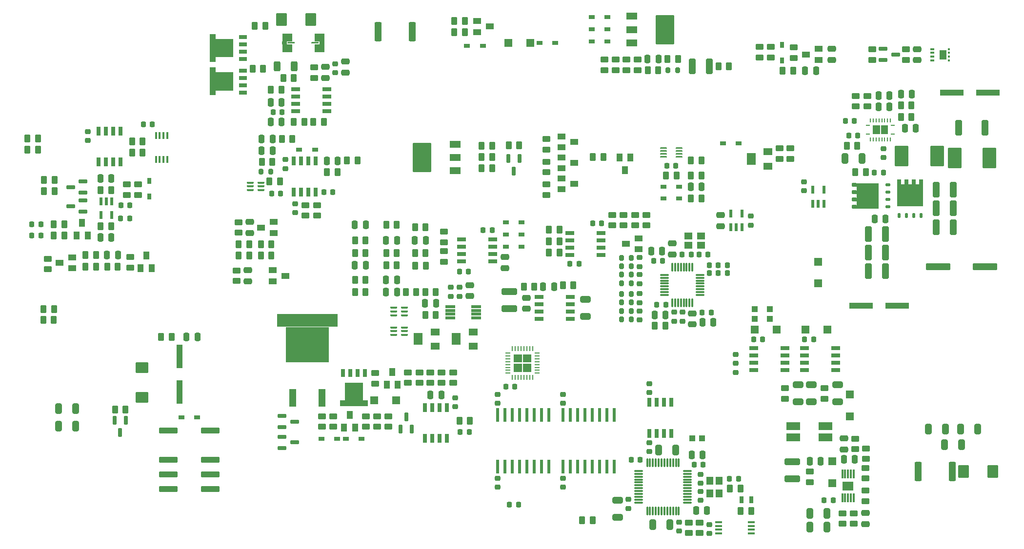
<source format=gbr>
%TF.GenerationSoftware,KiCad,Pcbnew,9.0.6-9.0.6~ubuntu24.04.1*%
%TF.CreationDate,2025-12-17T14:45:43+01:00*%
%TF.ProjectId,EEZ DIB DCP405plus,45455a20-4449-4422-9044-435034303570,r4B4*%
%TF.SameCoordinates,Original*%
%TF.FileFunction,Paste,Top*%
%TF.FilePolarity,Positive*%
%FSLAX46Y46*%
G04 Gerber Fmt 4.6, Leading zero omitted, Abs format (unit mm)*
G04 Created by KiCad (PCBNEW 9.0.6-9.0.6~ubuntu24.04.1) date 2025-12-17 14:45:43*
%MOMM*%
%LPD*%
G01*
G04 APERTURE LIST*
G04 Aperture macros list*
%AMRoundRect*
0 Rectangle with rounded corners*
0 $1 Rounding radius*
0 $2 $3 $4 $5 $6 $7 $8 $9 X,Y pos of 4 corners*
0 Add a 4 corners polygon primitive as box body*
4,1,4,$2,$3,$4,$5,$6,$7,$8,$9,$2,$3,0*
0 Add four circle primitives for the rounded corners*
1,1,$1+$1,$2,$3*
1,1,$1+$1,$4,$5*
1,1,$1+$1,$6,$7*
1,1,$1+$1,$8,$9*
0 Add four rect primitives between the rounded corners*
20,1,$1+$1,$2,$3,$4,$5,0*
20,1,$1+$1,$4,$5,$6,$7,0*
20,1,$1+$1,$6,$7,$8,$9,0*
20,1,$1+$1,$8,$9,$2,$3,0*%
G04 Aperture macros list end*
%ADD10C,0.000000*%
%ADD11C,0.010000*%
%ADD12RoundRect,0.050800X-0.249200X0.724200X-0.249200X-0.724200X0.249200X-0.724200X0.249200X0.724200X0*%
%ADD13RoundRect,0.250000X-0.262500X-0.450000X0.262500X-0.450000X0.262500X0.450000X-0.262500X0.450000X0*%
%ADD14RoundRect,0.050800X2.032000X0.546100X-2.032000X0.546100X-2.032000X-0.546100X2.032000X-0.546100X0*%
%ADD15RoundRect,0.050800X0.533400X0.076200X-0.533400X0.076200X-0.533400X-0.076200X0.533400X-0.076200X0*%
%ADD16RoundRect,0.225000X0.250000X-0.225000X0.250000X0.225000X-0.250000X0.225000X-0.250000X-0.225000X0*%
%ADD17RoundRect,0.250000X0.262500X0.450000X-0.262500X0.450000X-0.262500X-0.450000X0.262500X-0.450000X0*%
%ADD18R,1.092200X0.762000*%
%ADD19RoundRect,0.250000X0.325000X1.100000X-0.325000X1.100000X-0.325000X-1.100000X0.325000X-1.100000X0*%
%ADD20RoundRect,0.225000X-0.225000X-0.250000X0.225000X-0.250000X0.225000X0.250000X-0.225000X0.250000X0*%
%ADD21RoundRect,0.050800X1.981200X0.495300X-1.981200X0.495300X-1.981200X-0.495300X1.981200X-0.495300X0*%
%ADD22RoundRect,0.250000X-0.450000X0.262500X-0.450000X-0.262500X0.450000X-0.262500X0.450000X0.262500X0*%
%ADD23RoundRect,0.050800X0.724200X0.249200X-0.724200X0.249200X-0.724200X-0.249200X0.724200X-0.249200X0*%
%ADD24RoundRect,0.250000X-0.250000X-0.475000X0.250000X-0.475000X0.250000X0.475000X-0.250000X0.475000X0*%
%ADD25RoundRect,0.250000X-0.325000X-0.650000X0.325000X-0.650000X0.325000X0.650000X-0.325000X0.650000X0*%
%ADD26RoundRect,0.050800X-1.981200X-0.495300X1.981200X-0.495300X1.981200X0.495300X-1.981200X0.495300X0*%
%ADD27RoundRect,0.250000X-0.475000X0.250000X-0.475000X-0.250000X0.475000X-0.250000X0.475000X0.250000X0*%
%ADD28RoundRect,0.200000X-0.200000X-0.275000X0.200000X-0.275000X0.200000X0.275000X-0.200000X0.275000X0*%
%ADD29RoundRect,0.250000X0.325000X0.650000X-0.325000X0.650000X-0.325000X-0.650000X0.325000X-0.650000X0*%
%ADD30R,1.600000X1.300000*%
%ADD31R,1.600000X2.000000*%
%ADD32RoundRect,0.225000X0.225000X0.250000X-0.225000X0.250000X-0.225000X-0.250000X0.225000X-0.250000X0*%
%ADD33RoundRect,0.250000X-0.325000X-1.100000X0.325000X-1.100000X0.325000X1.100000X-0.325000X1.100000X0*%
%ADD34RoundRect,0.225000X-0.250000X0.225000X-0.250000X-0.225000X0.250000X-0.225000X0.250000X0.225000X0*%
%ADD35RoundRect,0.050800X0.901700X0.520700X-0.901700X0.520700X-0.901700X-0.520700X0.901700X-0.520700X0*%
%ADD36RoundRect,0.050800X1.536700X2.489200X-1.536700X2.489200X-1.536700X-2.489200X1.536700X-2.489200X0*%
%ADD37RoundRect,0.250000X0.450000X-0.262500X0.450000X0.262500X-0.450000X0.262500X-0.450000X-0.262500X0*%
%ADD38RoundRect,0.050800X-0.649200X-0.649200X0.649200X-0.649200X0.649200X0.649200X-0.649200X0.649200X0*%
%ADD39RoundRect,0.250000X0.250000X0.475000X-0.250000X0.475000X-0.250000X-0.475000X0.250000X-0.475000X0*%
%ADD40RoundRect,0.200000X0.200000X0.275000X-0.200000X0.275000X-0.200000X-0.275000X0.200000X-0.275000X0*%
%ADD41RoundRect,0.050800X0.499200X-0.449200X0.499200X0.449200X-0.499200X0.449200X-0.499200X-0.449200X0*%
%ADD42RoundRect,0.050800X0.203200X-0.368300X0.203200X0.368300X-0.203200X0.368300X-0.203200X-0.368300X0*%
%ADD43RoundRect,0.050800X-0.254000X0.355600X-0.254000X-0.355600X0.254000X-0.355600X0.254000X0.355600X0*%
%ADD44R,4.445000X3.810000*%
%ADD45RoundRect,0.060036X0.701964X0.270164X-0.701964X0.270164X-0.701964X-0.270164X0.701964X-0.270164X0*%
%ADD46RoundRect,0.050800X0.249200X-0.724200X0.249200X0.724200X-0.249200X0.724200X-0.249200X-0.724200X0*%
%ADD47RoundRect,0.250000X0.362500X1.075000X-0.362500X1.075000X-0.362500X-1.075000X0.362500X-1.075000X0*%
%ADD48RoundRect,0.050800X-0.812800X-0.190500X0.812800X-0.190500X0.812800X0.190500X-0.812800X0.190500X0*%
%ADD49RoundRect,0.060036X-0.701964X-0.270164X0.701964X-0.270164X0.701964X0.270164X-0.701964X0.270164X0*%
%ADD50RoundRect,0.050800X0.449200X0.649200X-0.449200X0.649200X-0.449200X-0.649200X0.449200X-0.649200X0*%
%ADD51RoundRect,0.060036X-0.270164X0.701964X-0.270164X-0.701964X0.270164X-0.701964X0.270164X0.701964X0*%
%ADD52RoundRect,0.050800X0.685800X-0.088900X0.685800X0.088900X-0.685800X0.088900X-0.685800X-0.088900X0*%
%ADD53RoundRect,0.050800X-0.088900X-0.685800X0.088900X-0.685800X0.088900X0.685800X-0.088900X0.685800X0*%
%ADD54RoundRect,0.050800X0.228600X-1.104900X0.228600X1.104900X-0.228600X1.104900X-0.228600X-1.104900X0*%
%ADD55RoundRect,0.050800X0.127000X-0.565150X0.127000X0.565150X-0.127000X0.565150X-0.127000X-0.565150X0*%
%ADD56RoundRect,0.050800X-0.649200X0.649200X-0.649200X-0.649200X0.649200X-0.649200X0.649200X0.649200X0*%
%ADD57RoundRect,0.050800X-0.649200X0.449200X-0.649200X-0.449200X0.649200X-0.449200X0.649200X0.449200X0*%
%ADD58R,0.762000X1.295400*%
%ADD59RoundRect,0.050800X-0.533400X-0.127000X0.533400X-0.127000X0.533400X0.127000X-0.533400X0.127000X0*%
%ADD60RoundRect,0.050800X0.299200X0.649200X-0.299200X0.649200X-0.299200X-0.649200X0.299200X-0.649200X0*%
%ADD61RoundRect,0.050800X-1.049200X0.849200X-1.049200X-0.849200X1.049200X-0.849200X1.049200X0.849200X0*%
%ADD62R,1.400000X1.200000*%
%ADD63RoundRect,0.250000X0.475000X-0.250000X0.475000X0.250000X-0.475000X0.250000X-0.475000X-0.250000X0*%
%ADD64RoundRect,0.050800X0.228600X-0.609600X0.228600X0.609600X-0.228600X0.609600X-0.228600X-0.609600X0*%
%ADD65RoundRect,0.050800X-0.249200X0.069200X-0.249200X-0.069200X0.249200X-0.069200X0.249200X0.069200X0*%
%ADD66RoundRect,0.050800X-0.069200X-0.249200X0.069200X-0.249200X0.069200X0.249200X-0.069200X0.249200X0*%
%ADD67RoundRect,0.050800X0.069200X0.249200X-0.069200X0.249200X-0.069200X-0.249200X0.069200X-0.249200X0*%
%ADD68RoundRect,0.050800X0.249200X-0.069200X0.249200X0.069200X-0.249200X0.069200X-0.249200X-0.069200X0*%
%ADD69RoundRect,0.250000X-0.650000X0.325000X-0.650000X-0.325000X0.650000X-0.325000X0.650000X0.325000X0*%
%ADD70RoundRect,0.050800X0.649200X-0.649200X0.649200X0.649200X-0.649200X0.649200X-0.649200X-0.649200X0*%
%ADD71RoundRect,0.050800X-0.449200X-0.649200X0.449200X-0.649200X0.449200X0.649200X-0.449200X0.649200X0*%
%ADD72RoundRect,0.050800X-0.449200X-0.499200X0.449200X-0.499200X0.449200X0.499200X-0.449200X0.499200X0*%
%ADD73RoundRect,0.050800X-0.724200X-0.249200X0.724200X-0.249200X0.724200X0.249200X-0.724200X0.249200X0*%
%ADD74RoundRect,0.060036X0.270164X-0.701964X0.270164X0.701964X-0.270164X0.701964X-0.270164X-0.701964X0*%
%ADD75RoundRect,0.250000X0.650000X-0.325000X0.650000X0.325000X-0.650000X0.325000X-0.650000X-0.325000X0*%
%ADD76RoundRect,0.250000X-0.362500X-1.425000X0.362500X-1.425000X0.362500X1.425000X-0.362500X1.425000X0*%
%ADD77RoundRect,0.050800X-1.529200X-0.449200X1.529200X-0.449200X1.529200X0.449200X-1.529200X0.449200X0*%
%ADD78RoundRect,0.050800X0.649200X-0.299200X0.649200X0.299200X-0.649200X0.299200X-0.649200X-0.299200X0*%
%ADD79RoundRect,0.250000X0.362500X1.425000X-0.362500X1.425000X-0.362500X-1.425000X0.362500X-1.425000X0*%
%ADD80R,0.762000X1.092200*%
%ADD81RoundRect,0.050800X0.649200X-0.449200X0.649200X0.449200X-0.649200X0.449200X-0.649200X-0.449200X0*%
%ADD82R,1.200000X1.400000*%
%ADD83RoundRect,0.050800X-0.495300X1.981200X-0.495300X-1.981200X0.495300X-1.981200X0.495300X1.981200X0*%
%ADD84RoundRect,0.050800X0.368300X0.203200X-0.368300X0.203200X-0.368300X-0.203200X0.368300X-0.203200X0*%
%ADD85RoundRect,0.050800X-0.355600X-0.254000X0.355600X-0.254000X0.355600X0.254000X-0.355600X0.254000X0*%
%ADD86R,3.810000X4.445000*%
%ADD87R,0.700000X0.420000*%
%ADD88R,0.450000X0.420000*%
%ADD89R,0.838200X0.508000*%
%ADD90R,1.778000X1.346200*%
%ADD91RoundRect,0.050800X0.584200X0.076200X-0.584200X0.076200X-0.584200X-0.076200X0.584200X-0.076200X0*%
%ADD92RoundRect,0.050800X-0.584200X-0.076200X0.584200X-0.076200X0.584200X0.076200X-0.584200X0.076200X0*%
%ADD93RoundRect,0.250000X-1.100000X0.325000X-1.100000X-0.325000X1.100000X-0.325000X1.100000X0.325000X0*%
%ADD94RoundRect,0.050800X0.849200X1.049200X-0.849200X1.049200X-0.849200X-1.049200X0.849200X-1.049200X0*%
%ADD95R,1.300000X3.100000*%
%ADD96R,10.600000X2.250000*%
%ADD97R,7.500000X6.200000*%
%ADD98RoundRect,0.050800X-1.099200X-0.649200X1.099200X-0.649200X1.099200X0.649200X-1.099200X0.649200X0*%
%ADD99RoundRect,0.050800X1.099200X-1.699200X1.099200X1.699200X-1.099200X1.699200X-1.099200X-1.699200X0*%
%ADD100RoundRect,0.050800X0.649200X0.649200X-0.649200X0.649200X-0.649200X-0.649200X0.649200X-0.649200X0*%
%ADD101RoundRect,0.050800X-0.228600X0.609600X-0.228600X-0.609600X0.228600X-0.609600X0.228600X0.609600X0*%
%ADD102RoundRect,0.050800X-0.901700X-0.520700X0.901700X-0.520700X0.901700X0.520700X-0.901700X0.520700X0*%
%ADD103RoundRect,0.050800X-1.536700X-2.489200X1.536700X-2.489200X1.536700X2.489200X-1.536700X2.489200X0*%
%ADD104RoundRect,0.050800X0.088900X-0.723900X0.088900X0.723900X-0.088900X0.723900X-0.088900X-0.723900X0*%
%ADD105RoundRect,0.050800X0.889000X-0.736600X0.889000X0.736600X-0.889000X0.736600X-0.889000X-0.736600X0*%
%ADD106RoundRect,0.250000X0.312500X0.625000X-0.312500X0.625000X-0.312500X-0.625000X0.312500X-0.625000X0*%
%ADD107R,0.914400X0.254000*%
%ADD108R,0.254000X0.914400*%
%ADD109RoundRect,0.032500X-0.687500X-0.097500X0.687500X-0.097500X0.687500X0.097500X-0.687500X0.097500X0*%
%ADD110RoundRect,0.032500X-0.097500X-0.687500X0.097500X-0.687500X0.097500X0.687500X-0.097500X0.687500X0*%
%ADD111RoundRect,0.050800X-0.849200X-1.049200X0.849200X-1.049200X0.849200X1.049200X-0.849200X1.049200X0*%
%ADD112R,1.168400X0.304800*%
G04 APERTURE END LIST*
D10*
%TO.C,Q5*%
G36*
X219712588Y-80976482D02*
G01*
X220347588Y-80976482D01*
X220347588Y-80163682D01*
X220982588Y-80163682D01*
X220982588Y-80976482D01*
X221617588Y-80976482D01*
X221617588Y-80163682D01*
X222252588Y-80163682D01*
X222252588Y-80976482D01*
X222887588Y-80976482D01*
X222887588Y-80163682D01*
X223522588Y-80163682D01*
X223522588Y-84761091D01*
X219077588Y-84761091D01*
X219077588Y-80163682D01*
X219712588Y-80163682D01*
X219712588Y-80976482D01*
G37*
%TO.C,Q31*%
G36*
X126390600Y-118491600D02*
G01*
X123240600Y-118491600D01*
X123240600Y-115391600D01*
X126390600Y-115391600D01*
X126390600Y-118491600D01*
G37*
G36*
X127215600Y-119516600D02*
G01*
X122390600Y-119516600D01*
X122390600Y-118466600D01*
X127215600Y-118466600D01*
X127215600Y-119516600D01*
G37*
%TO.C,IC16*%
G36*
X216069288Y-72280982D02*
G01*
X214855888Y-72280982D01*
X214855888Y-70706582D01*
X216069288Y-70706582D01*
X216069288Y-72280982D01*
G37*
G36*
X217457291Y-72280982D02*
G01*
X216243891Y-72280982D01*
X216243891Y-70706582D01*
X217457291Y-70706582D01*
X217457291Y-72280982D01*
G37*
%TO.C,Q18*%
G36*
X100799100Y-65510500D02*
G01*
X99749100Y-65510500D01*
X99749100Y-60685500D01*
X100799100Y-60685500D01*
X100799100Y-65510500D01*
G37*
G36*
X103874100Y-64685500D02*
G01*
X100774100Y-64685500D01*
X100774100Y-61535500D01*
X103874100Y-61535500D01*
X103874100Y-64685500D01*
G37*
%TO.C,Q4*%
G36*
X215834897Y-85209782D02*
G01*
X211237488Y-85209782D01*
X211237488Y-84574782D01*
X212050288Y-84574782D01*
X212050288Y-83939782D01*
X211237488Y-83939782D01*
X211237488Y-83304782D01*
X212050288Y-83304782D01*
X212050288Y-82669782D01*
X211237488Y-82669782D01*
X211237488Y-82034782D01*
X212050288Y-82034782D01*
X212050288Y-81399782D01*
X211237488Y-81399782D01*
X211237488Y-80764782D01*
X215834897Y-80764782D01*
X215834897Y-85209782D01*
G37*
D11*
%TO.C,Q8*%
X227517800Y-59209200D02*
X226442200Y-59209200D01*
X226442200Y-57709200D01*
X227517800Y-57709200D01*
X227517800Y-59209200D01*
G36*
X227517800Y-59209200D02*
G01*
X226442200Y-59209200D01*
X226442200Y-57709200D01*
X227517800Y-57709200D01*
X227517800Y-59209200D01*
G37*
D10*
%TO.C,Q19*%
G36*
X100799100Y-59732000D02*
G01*
X99749100Y-59732000D01*
X99749100Y-54907000D01*
X100799100Y-54907000D01*
X100799100Y-59732000D01*
G37*
G36*
X103874100Y-58907000D02*
G01*
X100774100Y-58907000D01*
X100774100Y-55757000D01*
X103874100Y-55757000D01*
X103874100Y-58907000D01*
G37*
%TO.C,IC14*%
G36*
X153944650Y-111914000D02*
G01*
X152519050Y-111914000D01*
X152519050Y-110488400D01*
X153944650Y-110488400D01*
X153944650Y-111914000D01*
G37*
G36*
X153944650Y-113539600D02*
G01*
X152519050Y-113539600D01*
X152519050Y-112114000D01*
X153944650Y-112114000D01*
X153944650Y-113539600D01*
G37*
G36*
X155570250Y-111914000D02*
G01*
X154144650Y-111914000D01*
X154144650Y-110488400D01*
X155570250Y-110488400D01*
X155570250Y-111914000D01*
G37*
G36*
X155570250Y-113539600D02*
G01*
X154144650Y-113539600D01*
X154144650Y-112114000D01*
X155570250Y-112114000D01*
X155570250Y-113539600D01*
G37*
%TD*%
D12*
%TO.C,IC27*%
X140906400Y-119717300D03*
X139636400Y-119717300D03*
X138366400Y-119717300D03*
X137096400Y-119717300D03*
X137096400Y-125117300D03*
X138366400Y-125117300D03*
X139636400Y-125117300D03*
X140906400Y-125117300D03*
%TD*%
D13*
%TO.C,R72*%
X142195600Y-52633000D03*
X144020600Y-52633000D03*
%TD*%
D14*
%TO.C,C81*%
X234317588Y-95306282D03*
X226189588Y-95306282D03*
%TD*%
D15*
%TO.C,IC8*%
X181246200Y-76204900D03*
X181246200Y-75704900D03*
X181246200Y-75204900D03*
X181246200Y-74704900D03*
X178503000Y-74704900D03*
X178503000Y-75204900D03*
X178503000Y-75704900D03*
X178503000Y-76204900D03*
%TD*%
D16*
%TO.C,C21*%
X176030000Y-127380000D03*
X176030000Y-125830000D03*
%TD*%
D17*
%TO.C,R74*%
X125397500Y-76849900D03*
X123572500Y-76849900D03*
%TD*%
D18*
%TO.C,D3*%
X178498100Y-83453900D03*
X181215900Y-83453900D03*
%TD*%
D13*
%TO.C,R73*%
X142195600Y-54595150D03*
X144020600Y-54595150D03*
%TD*%
D19*
%TO.C,C91*%
X186435500Y-60466900D03*
X183485500Y-60466900D03*
%TD*%
D20*
%TO.C,JP3*%
X151790554Y-136568815D03*
X153340554Y-136568815D03*
%TD*%
D21*
%TO.C,C83*%
X234838288Y-65080282D03*
X228589888Y-65080282D03*
%TD*%
D22*
%TO.C,R60*%
X172110000Y-59302900D03*
X172110000Y-61127900D03*
%TD*%
%TO.C,R30*%
X213529600Y-130206500D03*
X213529600Y-132031500D03*
%TD*%
D13*
%TO.C,R22*%
X70893300Y-104521000D03*
X72718300Y-104521000D03*
%TD*%
%TO.C,R53*%
X175769500Y-61165400D03*
X177594500Y-61165400D03*
%TD*%
D23*
%TO.C,IC17*%
X120096950Y-68249000D03*
X120096950Y-66979000D03*
X120096950Y-65709000D03*
X120096950Y-64439000D03*
X114696950Y-64439000D03*
X114696950Y-65709000D03*
X114696950Y-66979000D03*
X114696950Y-68249000D03*
%TD*%
D24*
%TO.C,C102*%
X135369950Y-90733000D03*
X137269950Y-90733000D03*
%TD*%
D25*
%TO.C,C26*%
X176670000Y-140080000D03*
X179620000Y-140080000D03*
%TD*%
D20*
%TO.C,JP1*%
X188030000Y-96390000D03*
X189580000Y-96390000D03*
X186480000Y-96390000D03*
%TD*%
D26*
%TO.C,C76*%
X212824688Y-102045782D03*
X219073088Y-102045782D03*
%TD*%
D17*
%TO.C,R126*%
X69937000Y-73025000D03*
X68112000Y-73025000D03*
%TD*%
D13*
%TO.C,R95*%
X124993600Y-99686500D03*
X126818600Y-99686500D03*
%TD*%
D27*
%TO.C,C99*%
X150964500Y-93616400D03*
X150964500Y-95516400D03*
%TD*%
D28*
%TO.C,R69*%
X108699800Y-78765400D03*
X110349800Y-78765400D03*
%TD*%
D22*
%TO.C,R24*%
X203923500Y-130864900D03*
X203923500Y-132689900D03*
%TD*%
D29*
%TO.C,C37*%
X206876600Y-140453500D03*
X203926600Y-140453500D03*
%TD*%
D30*
%TO.C,RV1*%
X196649000Y-77831000D03*
D31*
X193749000Y-76581000D03*
D30*
X196649000Y-75331000D03*
%TD*%
D32*
%TO.C,JP12*%
X144791900Y-123966700D03*
X143241900Y-123966700D03*
%TD*%
%TO.C,C89*%
X112295000Y-68440000D03*
X110745000Y-68440000D03*
%TD*%
D33*
%TO.C,C71*%
X214110088Y-96068282D03*
X217060088Y-96068282D03*
%TD*%
D24*
%TO.C,C69*%
X215841588Y-65524782D03*
X217741588Y-65524782D03*
%TD*%
D34*
%TO.C,C18*%
X149733000Y-117462000D03*
X149733000Y-119012000D03*
%TD*%
D18*
%TO.C,D15*%
X159689400Y-56402900D03*
X156971600Y-56402900D03*
%TD*%
D17*
%TO.C,R97*%
X126818450Y-90733000D03*
X124993450Y-90733000D03*
%TD*%
D18*
%TO.C,D21*%
X97561400Y-121467000D03*
X94843600Y-121467000D03*
%TD*%
D34*
%TO.C,C17*%
X161086800Y-117462000D03*
X161086800Y-119012000D03*
%TD*%
D35*
%TO.C,Q15*%
X142378000Y-78629900D03*
X142378000Y-76318500D03*
D36*
X136612200Y-76318500D03*
D35*
X142378000Y-74007100D03*
%TD*%
D37*
%TO.C,R47*%
X197121200Y-58943000D03*
X197121200Y-57118000D03*
%TD*%
D13*
%TO.C,R62*%
X112269500Y-73130800D03*
X114094500Y-73130800D03*
%TD*%
D38*
%TO.C,ZD7*%
X132125800Y-118474000D03*
X128325800Y-118474000D03*
%TD*%
D17*
%TO.C,R36*%
X221560388Y-69254382D03*
X219735388Y-69254382D03*
%TD*%
D13*
%TO.C,R81*%
X110388450Y-64507500D03*
X112213450Y-64507500D03*
%TD*%
D39*
%TO.C,C5*%
X178280000Y-92560000D03*
X176380000Y-92560000D03*
%TD*%
%TO.C,C108*%
X132253450Y-97527500D03*
X130353450Y-97527500D03*
%TD*%
D40*
%TO.C,R54*%
X180936000Y-61165400D03*
X179286000Y-61165400D03*
%TD*%
D41*
%TO.C,FB2*%
X194310000Y-104380400D03*
X194310000Y-102680400D03*
%TD*%
D20*
%TO.C,C57*%
X151167800Y-116128800D03*
X152717800Y-116128800D03*
%TD*%
D24*
%TO.C,C86*%
X110350950Y-70159000D03*
X112250950Y-70159000D03*
%TD*%
D42*
%TO.C,Q5*%
X219395088Y-86407782D03*
X220665088Y-86407782D03*
X221935088Y-86407782D03*
X223205088Y-86407782D03*
D43*
X223205088Y-80582782D03*
X221935088Y-80582782D03*
X220665088Y-80582782D03*
D44*
X221300088Y-82860282D03*
D43*
X219395088Y-80582782D03*
%TD*%
D45*
%TO.C,Q26*%
X77766400Y-85725700D03*
X77766400Y-83795300D03*
X75607400Y-84760500D03*
%TD*%
D46*
%TO.C,IC4*%
X176040000Y-124200000D03*
X177310000Y-124200000D03*
X178580000Y-124200000D03*
X179850000Y-124200000D03*
X179850000Y-118800000D03*
X178580000Y-118800000D03*
X177310000Y-118800000D03*
X176040000Y-118800000D03*
%TD*%
D22*
%TO.C,R131*%
X140022400Y-113630800D03*
X140022400Y-115455800D03*
%TD*%
D39*
%TO.C,C100*%
X139024000Y-101667700D03*
X137124000Y-101667700D03*
%TD*%
D24*
%TO.C,C127*%
X183245000Y-81421900D03*
X185145000Y-81421900D03*
%TD*%
D34*
%TO.C,C29*%
X181190000Y-139620000D03*
X181190000Y-141170000D03*
%TD*%
D22*
%TO.C,R111*%
X104423900Y-95916500D03*
X104423900Y-97741500D03*
%TD*%
D29*
%TO.C,C121*%
X76517500Y-119951500D03*
X73567500Y-119951500D03*
%TD*%
D13*
%TO.C,R71*%
X137161500Y-103646900D03*
X138986500Y-103646900D03*
%TD*%
%TO.C,R27*%
X161047500Y-98506600D03*
X162872500Y-98506600D03*
%TD*%
D19*
%TO.C,C80*%
X228807588Y-85146282D03*
X225857588Y-85146282D03*
%TD*%
D47*
%TO.C,R45*%
X234344088Y-71112782D03*
X229719088Y-71112782D03*
%TD*%
D48*
%TO.C,IC7*%
X141490300Y-102237200D03*
X141490300Y-102872200D03*
X141490300Y-103532600D03*
X141490300Y-104167600D03*
X145960700Y-104167600D03*
X145960700Y-103532600D03*
X145960700Y-102872200D03*
X145960700Y-102237200D03*
%TD*%
D49*
%TO.C,Q1*%
X112310600Y-121200300D03*
X112310600Y-123130700D03*
X114469600Y-122165500D03*
%TD*%
D50*
%TO.C,Q13*%
X172760100Y-76317050D03*
X171810100Y-78517050D03*
X170860100Y-76317050D03*
%TD*%
D20*
%TO.C,C104*%
X110505000Y-82590000D03*
X112055000Y-82590000D03*
%TD*%
D16*
%TO.C,C4*%
X174351027Y-98214195D03*
X174351027Y-96664195D03*
%TD*%
D34*
%TO.C,C1*%
X174351027Y-99976595D03*
X174351027Y-101526595D03*
%TD*%
D51*
%TO.C,Q3*%
X153502921Y-76521700D03*
X151572521Y-76521700D03*
X152537721Y-78680700D03*
%TD*%
D22*
%TO.C,R140*%
X121175200Y-121240300D03*
X121175200Y-123065300D03*
%TD*%
D17*
%TO.C,R87*%
X137272000Y-95074400D03*
X135447000Y-95074400D03*
%TD*%
D27*
%TO.C,C88*%
X123310000Y-59660000D03*
X123310000Y-61560000D03*
%TD*%
D39*
%TO.C,C125*%
X139956400Y-117527800D03*
X138056400Y-117527800D03*
%TD*%
D16*
%TO.C,C15*%
X181820000Y-104734195D03*
X181820000Y-103184195D03*
%TD*%
D34*
%TO.C,JP6*%
X191071500Y-112077500D03*
X191071500Y-113627500D03*
X191071500Y-110527500D03*
%TD*%
D40*
%TO.C,R3*%
X172890027Y-95211295D03*
X171240027Y-95211295D03*
%TD*%
D52*
%TO.C,IC5*%
X182651400Y-136245600D03*
X182651400Y-135763000D03*
X182651400Y-135255000D03*
X182651400Y-134747000D03*
X182651400Y-134264400D03*
X182651400Y-133756400D03*
X182651400Y-133248400D03*
X182651400Y-132740400D03*
X182651400Y-132257800D03*
X182651400Y-131749800D03*
X182651400Y-131241800D03*
X182651400Y-130759200D03*
D53*
X181178200Y-129286000D03*
X180695600Y-129286000D03*
X180187600Y-129286000D03*
X179679600Y-129286000D03*
X179197000Y-129286000D03*
X178689000Y-129286000D03*
X178181000Y-129286000D03*
X177673000Y-129286000D03*
X177190400Y-129286000D03*
X176682400Y-129286000D03*
X176174400Y-129286000D03*
X175691800Y-129286000D03*
D52*
X174218600Y-130759200D03*
X174218600Y-131241800D03*
X174218600Y-131749800D03*
X174218600Y-132257800D03*
X174218600Y-132740400D03*
X174218600Y-133248400D03*
X174218600Y-133756400D03*
X174218600Y-134264400D03*
X174218600Y-134747000D03*
X174218600Y-135255000D03*
X174218600Y-135763000D03*
X174218600Y-136245600D03*
D53*
X175691800Y-137718800D03*
X176174400Y-137718800D03*
X176682400Y-137718800D03*
X177190400Y-137718800D03*
X177673000Y-137718800D03*
X178181000Y-137718800D03*
X178689000Y-137718800D03*
X179197000Y-137718800D03*
X179679600Y-137718800D03*
X180187600Y-137718800D03*
X180695600Y-137718800D03*
X181178200Y-137718800D03*
%TD*%
D37*
%TO.C,R56*%
X168300000Y-61127900D03*
X168300000Y-59302900D03*
%TD*%
%TO.C,R10*%
X184810000Y-141512500D03*
X184810000Y-139687500D03*
%TD*%
D54*
%TO.C,IC2*%
X161086800Y-130022600D03*
X162356800Y-130022600D03*
X163626800Y-130022600D03*
X164896800Y-130022600D03*
X166166800Y-130022600D03*
X167436800Y-130022600D03*
X168706800Y-130022600D03*
X169976800Y-130022600D03*
X169976800Y-120980200D03*
X168706800Y-120980200D03*
X167436800Y-120980200D03*
X166166800Y-120980200D03*
X164896800Y-120980200D03*
X163626800Y-120980200D03*
X162356800Y-120980200D03*
X161086800Y-120980200D03*
%TD*%
D17*
%TO.C,R65*%
X138986500Y-99699200D03*
X137161500Y-99699200D03*
%TD*%
D16*
%TO.C,C11*%
X161086800Y-133540800D03*
X161086800Y-131990800D03*
%TD*%
D13*
%TO.C,R118*%
X91340300Y-107467400D03*
X93165300Y-107467400D03*
%TD*%
D37*
%TO.C,R124*%
X173570500Y-88112900D03*
X173570500Y-86287900D03*
%TD*%
D55*
%TO.C,IC21*%
X90423000Y-76655750D03*
X91073000Y-76655750D03*
X91723000Y-76655750D03*
X92373000Y-76655750D03*
X92373000Y-72528250D03*
X91723000Y-72528250D03*
X91073000Y-72528250D03*
X90423000Y-72528250D03*
%TD*%
D56*
%TO.C,D9*%
X205333600Y-98200000D03*
X205333600Y-94400000D03*
%TD*%
D37*
%TO.C,R133*%
X141990900Y-115455800D03*
X141990900Y-113630800D03*
%TD*%
D33*
%TO.C,C72*%
X214110088Y-92829782D03*
X217060088Y-92829782D03*
%TD*%
D57*
%TO.C,Q9*%
X160804100Y-72676100D03*
X163004100Y-73626100D03*
X160804100Y-74576100D03*
%TD*%
D34*
%TO.C,C40*%
X143154000Y-98871400D03*
X143154000Y-100421400D03*
%TD*%
D20*
%TO.C,C93*%
X147228950Y-88891500D03*
X148778950Y-88891500D03*
%TD*%
D58*
%TO.C,D1*%
X193715500Y-135750000D03*
X192064500Y-135750000D03*
%TD*%
D17*
%TO.C,R117*%
X88119500Y-73512500D03*
X86294500Y-73512500D03*
%TD*%
%TO.C,R75*%
X116163150Y-70171700D03*
X114338150Y-70171700D03*
%TD*%
D37*
%TO.C,R17*%
X211561100Y-139905500D03*
X211561100Y-138080500D03*
%TD*%
D39*
%TO.C,C115*%
X82696000Y-79989500D03*
X80796000Y-79989500D03*
%TD*%
D40*
%TO.C,R2*%
X172889527Y-99984195D03*
X171239527Y-99984195D03*
%TD*%
D59*
%TO.C,IC24*%
X131690800Y-102429700D03*
X131690800Y-103090100D03*
X131690800Y-103750500D03*
X133570400Y-103750500D03*
X133570400Y-103090100D03*
X133570400Y-102429700D03*
%TD*%
D17*
%TO.C,R66*%
X121960700Y-78833100D03*
X120135700Y-78833100D03*
%TD*%
D18*
%TO.C,D14*%
X151147200Y-89653500D03*
X153865000Y-89653500D03*
%TD*%
D24*
%TO.C,C97*%
X108776150Y-73130800D03*
X110676150Y-73130800D03*
%TD*%
D60*
%TO.C,Q31*%
X126720600Y-113766600D03*
X125450600Y-113766600D03*
X124180600Y-113766600D03*
X122910600Y-113766600D03*
%TD*%
D29*
%TO.C,C61*%
X230252800Y-126161800D03*
X227302800Y-126161800D03*
%TD*%
D37*
%TO.C,R114*%
X85416300Y-82819700D03*
X85416300Y-80994700D03*
%TD*%
D61*
%TO.C,ZD6*%
X88011000Y-117929500D03*
X88011000Y-112829500D03*
%TD*%
D13*
%TO.C,R135*%
X143110400Y-122010900D03*
X144935400Y-122010900D03*
%TD*%
D62*
%TO.C,Y1*%
X182849479Y-91566721D03*
X185049479Y-91566721D03*
X185049479Y-89966721D03*
X182849479Y-89966721D03*
%TD*%
D63*
%TO.C,C10*%
X180041942Y-93150000D03*
X180041942Y-91250000D03*
%TD*%
D17*
%TO.C,R96*%
X109012500Y-60932300D03*
X107187500Y-60932300D03*
%TD*%
D64*
%TO.C,IC10*%
X204434000Y-84328000D03*
X205384000Y-84328000D03*
X206334000Y-84328000D03*
X206334000Y-81940400D03*
X204434000Y-81940400D03*
%TD*%
D29*
%TO.C,C63*%
X227453200Y-123451000D03*
X224503200Y-123451000D03*
%TD*%
D65*
%TO.C,IC16*%
X218306588Y-70743782D03*
D66*
X217906588Y-69843782D03*
X217406588Y-69843782D03*
X216906588Y-69843782D03*
X216406588Y-69843782D03*
X215906585Y-69843782D03*
X215406588Y-69843782D03*
X214906588Y-69843782D03*
D67*
X214406588Y-69843782D03*
D65*
X214006588Y-70743782D03*
D68*
X214006588Y-72243782D03*
D67*
X214406588Y-73143782D03*
X214906588Y-73143782D03*
X215406588Y-73143782D03*
X215906588Y-73143782D03*
X216406591Y-73143782D03*
X216906588Y-73143782D03*
X217406588Y-73143782D03*
X217906591Y-73143782D03*
D68*
X218306588Y-72243782D03*
%TD*%
D32*
%TO.C,C45*%
X180649600Y-77753600D03*
X179099600Y-77753600D03*
%TD*%
D13*
%TO.C,R61*%
X108807300Y-77074150D03*
X110632300Y-77074150D03*
%TD*%
D69*
%TO.C,C34*%
X170536350Y-135813050D03*
X170536350Y-138763050D03*
%TD*%
D40*
%TO.C,R1*%
X172889527Y-101444795D03*
X171239527Y-101444795D03*
%TD*%
D17*
%TO.C,R108*%
X110475000Y-91391400D03*
X108650000Y-91391400D03*
%TD*%
D22*
%TO.C,R58*%
X174015000Y-59302900D03*
X174015000Y-61127900D03*
%TD*%
D18*
%TO.C,D8*%
X188870000Y-73840000D03*
X191587800Y-73840000D03*
%TD*%
D24*
%TO.C,C66*%
X219717888Y-65317382D03*
X221617888Y-65317382D03*
%TD*%
D27*
%TO.C,C38*%
X213529600Y-138043000D03*
X213529600Y-139943000D03*
%TD*%
D13*
%TO.C,R13*%
X190047500Y-133840000D03*
X191872500Y-133840000D03*
%TD*%
D39*
%TO.C,C62*%
X222302654Y-71199682D03*
X220402654Y-71199682D03*
%TD*%
D22*
%TO.C,R142*%
X134172200Y-113630800D03*
X134172200Y-115455800D03*
%TD*%
D39*
%TO.C,C119*%
X97647800Y-107467400D03*
X95747800Y-107467400D03*
%TD*%
D70*
%TO.C,D5*%
X210883500Y-117480000D03*
X210883500Y-121280000D03*
%TD*%
D17*
%TO.C,R121*%
X72842500Y-82140000D03*
X71017500Y-82140000D03*
%TD*%
D19*
%TO.C,C78*%
X228807588Y-81907782D03*
X225857588Y-81907782D03*
%TD*%
D37*
%TO.C,R99*%
X71695400Y-95720900D03*
X71695400Y-93895900D03*
%TD*%
D39*
%TO.C,C31*%
X186090600Y-137617200D03*
X184190600Y-137617200D03*
%TD*%
%TO.C,C112*%
X83830200Y-93281500D03*
X81930200Y-93281500D03*
%TD*%
D16*
%TO.C,C95*%
X112880000Y-78235000D03*
X112880000Y-76685000D03*
%TD*%
D27*
%TO.C,C79*%
X222564600Y-57519000D03*
X222564600Y-59419000D03*
%TD*%
D22*
%TO.C,R123*%
X169633500Y-86287900D03*
X169633500Y-88112900D03*
%TD*%
D18*
%TO.C,D16*%
X118021100Y-74930000D03*
X115303300Y-74930000D03*
%TD*%
D17*
%TO.C,R80*%
X119555500Y-70171700D03*
X117730500Y-70171700D03*
%TD*%
D13*
%TO.C,R32*%
X146939050Y-78198100D03*
X148764050Y-78198100D03*
%TD*%
D16*
%TO.C,C90*%
X121570400Y-61597850D03*
X121570400Y-60047850D03*
%TD*%
D64*
%TO.C,IC15*%
X190208600Y-88448400D03*
X191158600Y-88448400D03*
X192108600Y-88448400D03*
X192108600Y-86060800D03*
X190208600Y-86060800D03*
%TD*%
D57*
%TO.C,Q11*%
X160810300Y-79927800D03*
X163010300Y-80877800D03*
X160810300Y-81827800D03*
%TD*%
D40*
%TO.C,R6*%
X172889027Y-104460295D03*
X171239027Y-104460295D03*
%TD*%
D24*
%TO.C,C109*%
X124955950Y-95051000D03*
X126855950Y-95051000D03*
%TD*%
D13*
%TO.C,R130*%
X158624500Y-90847300D03*
X160449500Y-90847300D03*
%TD*%
D18*
%TO.C,D11*%
X168768600Y-56148900D03*
X166050800Y-56148900D03*
%TD*%
D71*
%TO.C,Q28*%
X130499500Y-115772500D03*
X131449500Y-113572500D03*
X132399500Y-115772500D03*
%TD*%
D22*
%TO.C,R141*%
X126826700Y-121240300D03*
X126826700Y-123065300D03*
%TD*%
D13*
%TO.C,R49*%
X188048500Y-60483950D03*
X189873500Y-60483950D03*
%TD*%
D49*
%TO.C,Q2*%
X112310600Y-124819800D03*
X112310600Y-126750200D03*
X114469600Y-125785000D03*
%TD*%
D13*
%TO.C,R25*%
X154267500Y-98720000D03*
X156092500Y-98720000D03*
%TD*%
D40*
%TO.C,R7*%
X172890027Y-96664195D03*
X171240027Y-96664195D03*
%TD*%
D72*
%TO.C,FB1*%
X183542200Y-125095000D03*
X185242200Y-125095000D03*
%TD*%
D73*
%TO.C,IC12*%
X202996800Y-109397800D03*
X202996800Y-110667800D03*
X202996800Y-111937800D03*
X202996800Y-113207800D03*
X208396800Y-113207800D03*
X208396800Y-111937800D03*
X208396800Y-110667800D03*
X208396800Y-109397800D03*
%TD*%
D74*
%TO.C,Q27*%
X132892800Y-123507500D03*
X134823200Y-123507500D03*
X133858000Y-121348500D03*
%TD*%
D40*
%TO.C,R4*%
X172890027Y-93744195D03*
X171240027Y-93744195D03*
%TD*%
D37*
%TO.C,R59*%
X170205000Y-61127900D03*
X170205000Y-59302900D03*
%TD*%
D22*
%TO.C,R132*%
X138053900Y-113630800D03*
X138053900Y-115455800D03*
%TD*%
D29*
%TO.C,C24*%
X180645000Y-127100000D03*
X177695000Y-127100000D03*
%TD*%
D23*
%TO.C,IC26*%
X167639400Y-93255300D03*
X167639400Y-91985300D03*
X167639400Y-90715300D03*
X167639400Y-89445300D03*
X162239400Y-89445300D03*
X162239400Y-90715300D03*
X162239400Y-91985300D03*
X162239400Y-93255300D03*
%TD*%
D17*
%TO.C,R86*%
X132215950Y-92892000D03*
X130390950Y-92892000D03*
%TD*%
D24*
%TO.C,C103*%
X130353450Y-99686500D03*
X132253450Y-99686500D03*
%TD*%
D20*
%TO.C,JP11*%
X68912000Y-89895500D03*
X70462000Y-89895500D03*
%TD*%
D22*
%TO.C,R94*%
X116393650Y-84600800D03*
X116393650Y-86425800D03*
%TD*%
D71*
%TO.C,Q29*%
X123082700Y-123252800D03*
X124032700Y-121052800D03*
X124982700Y-123252800D03*
%TD*%
D75*
%TO.C,C52*%
X204195100Y-118751000D03*
X204195100Y-115801000D03*
%TD*%
D18*
%TO.C,D12*%
X168768600Y-51894400D03*
X166050800Y-51894400D03*
%TD*%
D34*
%TO.C,C33*%
X172415950Y-135687550D03*
X172415950Y-137237550D03*
%TD*%
D76*
%TO.C,R78*%
X129015500Y-54497900D03*
X134940500Y-54497900D03*
%TD*%
D17*
%TO.C,R129*%
X160455700Y-88878800D03*
X158630700Y-88878800D03*
%TD*%
D77*
%TO.C,K1*%
X92582500Y-123761500D03*
X92582500Y-128841500D03*
X92582500Y-131381500D03*
X92582500Y-133921500D03*
X99822500Y-133921500D03*
X99822500Y-131381500D03*
X99822500Y-128841500D03*
X99822500Y-123761500D03*
%TD*%
D17*
%TO.C,R119*%
X72842500Y-80220000D03*
X71017500Y-80220000D03*
%TD*%
D13*
%TO.C,R55*%
X166262100Y-76191500D03*
X168087100Y-76191500D03*
%TD*%
D22*
%TO.C,R138*%
X128795200Y-121240300D03*
X128795200Y-123065300D03*
%TD*%
D78*
%TO.C,Q18*%
X105499100Y-65015500D03*
X105499100Y-63745500D03*
X105499100Y-62475500D03*
X105499100Y-61205500D03*
%TD*%
D71*
%TO.C,ZD5*%
X76668500Y-89852500D03*
X78568500Y-89852500D03*
X77618500Y-87652500D03*
%TD*%
D17*
%TO.C,R98*%
X109400400Y-53452000D03*
X107575400Y-53452000D03*
%TD*%
D79*
%TO.C,R34*%
X228600000Y-130873500D03*
X222675000Y-130873500D03*
%TD*%
D13*
%TO.C,R57*%
X179198500Y-59196900D03*
X181023500Y-59196900D03*
%TD*%
D20*
%TO.C,C13*%
X177353527Y-101910000D03*
X178903527Y-101910000D03*
%TD*%
D22*
%TO.C,R50*%
X158195700Y-73132700D03*
X158195700Y-74957700D03*
%TD*%
D27*
%TO.C,C16*%
X183530000Y-103400000D03*
X183530000Y-105300000D03*
%TD*%
D32*
%TO.C,C123*%
X163847500Y-94742000D03*
X162297500Y-94742000D03*
%TD*%
D51*
%TO.C,Q24*%
X85178900Y-121920000D03*
X83248500Y-121920000D03*
X84213700Y-124079000D03*
%TD*%
D25*
%TO.C,C122*%
X73567500Y-122936000D03*
X76517500Y-122936000D03*
%TD*%
D24*
%TO.C,C107*%
X130353450Y-90733000D03*
X132253450Y-90733000D03*
%TD*%
D40*
%TO.C,R8*%
X172890027Y-98132795D03*
X171240027Y-98132795D03*
%TD*%
D37*
%TO.C,R136*%
X130763700Y-123065300D03*
X130763700Y-121240300D03*
%TD*%
D39*
%TO.C,C46*%
X205780100Y-129087000D03*
X203880100Y-129087000D03*
%TD*%
D13*
%TO.C,R120*%
X83313900Y-120078500D03*
X85138900Y-120078500D03*
%TD*%
D22*
%TO.C,R139*%
X119206700Y-121240300D03*
X119206700Y-123065300D03*
%TD*%
D56*
%TO.C,D4*%
X207814600Y-132862400D03*
X207814600Y-129062400D03*
%TD*%
D13*
%TO.C,R64*%
X146945400Y-74280150D03*
X148770400Y-74280150D03*
%TD*%
D57*
%TO.C,Q16*%
X146199100Y-52629150D03*
X148399100Y-53579150D03*
X146199100Y-54529150D03*
%TD*%
D22*
%TO.C,R100*%
X85943350Y-93618500D03*
X85943350Y-95443500D03*
%TD*%
D45*
%TO.C,Q25*%
X77766400Y-82423700D03*
X77766400Y-80493300D03*
X75607400Y-81458500D03*
%TD*%
D17*
%TO.C,R46*%
X201018200Y-61205500D03*
X199193200Y-61205500D03*
%TD*%
D22*
%TO.C,R39*%
X213870588Y-65628282D03*
X213870588Y-67453282D03*
%TD*%
D24*
%TO.C,C44*%
X209844600Y-128750700D03*
X211744600Y-128750700D03*
%TD*%
D37*
%TO.C,R90*%
X118368500Y-86419450D03*
X118368500Y-84594450D03*
%TD*%
D17*
%TO.C,R113*%
X110475000Y-93359900D03*
X108650000Y-93359900D03*
%TD*%
%TO.C,R92*%
X126818450Y-97527500D03*
X124993450Y-97527500D03*
%TD*%
D37*
%TO.C,R31*%
X199559600Y-118188500D03*
X199559600Y-116363500D03*
%TD*%
D80*
%TO.C,D10*%
X199089700Y-59452900D03*
X199089700Y-56735100D03*
%TD*%
D13*
%TO.C,R15*%
X183262500Y-76860000D03*
X185087500Y-76860000D03*
%TD*%
D39*
%TO.C,C116*%
X82696000Y-90213000D03*
X80796000Y-90213000D03*
%TD*%
D34*
%TO.C,C67*%
X216664588Y-74782782D03*
X216664588Y-76332782D03*
%TD*%
D20*
%TO.C,JP10*%
X68912000Y-87927000D03*
X70462000Y-87927000D03*
%TD*%
D23*
%TO.C,IC18*%
X148849750Y-94385600D03*
X148849750Y-93115600D03*
X148849750Y-91845600D03*
X148849750Y-90575600D03*
X143449750Y-90575600D03*
X143449750Y-91845600D03*
X143449750Y-93115600D03*
X143449750Y-94385600D03*
%TD*%
D69*
%TO.C,C53*%
X201845600Y-115801000D03*
X201845600Y-118751000D03*
%TD*%
D22*
%TO.C,R20*%
X213529600Y-134143500D03*
X213529600Y-135968500D03*
%TD*%
D39*
%TO.C,C101*%
X121998200Y-76864600D03*
X120098200Y-76864600D03*
%TD*%
D81*
%TO.C,Q21*%
X75861000Y-95544500D03*
X73661000Y-94594500D03*
X75861000Y-93644500D03*
%TD*%
D17*
%TO.C,R106*%
X82658500Y-81958000D03*
X80833500Y-81958000D03*
%TD*%
D32*
%TO.C,C9*%
X186785000Y-103200000D03*
X185235000Y-103200000D03*
%TD*%
D37*
%TO.C,R143*%
X136140700Y-115455800D03*
X136140700Y-113630800D03*
%TD*%
D17*
%TO.C,R109*%
X106606400Y-91399750D03*
X104781400Y-91399750D03*
%TD*%
D18*
%TO.C,D2*%
X178498100Y-81421900D03*
X181215900Y-81421900D03*
%TD*%
D19*
%TO.C,C77*%
X228807588Y-88384782D03*
X225857588Y-88384782D03*
%TD*%
D22*
%TO.C,R110*%
X104741400Y-87559900D03*
X104741400Y-89384900D03*
%TD*%
D13*
%TO.C,R112*%
X104781400Y-93368250D03*
X106606400Y-93368250D03*
%TD*%
D82*
%TO.C,Y2*%
X186540000Y-132440000D03*
X186540000Y-134640000D03*
X188140000Y-134640000D03*
X188140000Y-132440000D03*
%TD*%
D34*
%TO.C,C35*%
X186490000Y-140030000D03*
X186490000Y-141580000D03*
%TD*%
D63*
%TO.C,C39*%
X144868900Y-100365600D03*
X144868900Y-98465600D03*
%TD*%
D24*
%TO.C,C7*%
X185270000Y-104940000D03*
X187170000Y-104940000D03*
%TD*%
D29*
%TO.C,C65*%
X233006700Y-123451000D03*
X230056700Y-123451000D03*
%TD*%
D20*
%TO.C,C6*%
X176795000Y-94280000D03*
X178345000Y-94280000D03*
%TD*%
D34*
%TO.C,C126*%
X142392400Y-118020800D03*
X142392400Y-119570800D03*
%TD*%
D32*
%TO.C,C94*%
X121150000Y-82320000D03*
X119600000Y-82320000D03*
%TD*%
D83*
%TO.C,C120*%
X94488000Y-110820200D03*
X94488000Y-117068600D03*
%TD*%
D84*
%TO.C,Q4*%
X217481588Y-84892282D03*
X217481588Y-83622282D03*
X217481588Y-82352282D03*
X217481588Y-81082282D03*
D85*
X211656588Y-81082282D03*
X211656588Y-82352282D03*
X211656588Y-83622282D03*
D86*
X213934088Y-82987282D03*
D85*
X211656588Y-84892282D03*
%TD*%
D13*
%TO.C,R68*%
X133796000Y-99686500D03*
X135621000Y-99686500D03*
%TD*%
D22*
%TO.C,R52*%
X158195700Y-81006700D03*
X158195700Y-82831700D03*
%TD*%
D16*
%TO.C,C12*%
X149733000Y-133540800D03*
X149733000Y-131990800D03*
%TD*%
D80*
%TO.C,D20*%
X89281000Y-80365600D03*
X89281000Y-83083400D03*
%TD*%
D13*
%TO.C,R29*%
X151638050Y-74235700D03*
X153463050Y-74235700D03*
%TD*%
D37*
%TO.C,R76*%
X140383950Y-91033900D03*
X140383950Y-89208900D03*
%TD*%
D20*
%TO.C,C20*%
X181751942Y-93160000D03*
X183301942Y-93160000D03*
%TD*%
D32*
%TO.C,C58*%
X204549200Y-107868800D03*
X202999200Y-107868800D03*
%TD*%
D16*
%TO.C,C2*%
X174351027Y-95240095D03*
X174351027Y-93690095D03*
%TD*%
D37*
%TO.C,R42*%
X220634200Y-59361500D03*
X220634200Y-57536500D03*
%TD*%
D22*
%TO.C,R44*%
X214766800Y-57536500D03*
X214766800Y-59361500D03*
%TD*%
D17*
%TO.C,R37*%
X221560388Y-67285882D03*
X219735388Y-67285882D03*
%TD*%
D32*
%TO.C,C19*%
X186259479Y-93156721D03*
X184709479Y-93156721D03*
%TD*%
D24*
%TO.C,C70*%
X215841588Y-67493282D03*
X217741588Y-67493282D03*
%TD*%
D17*
%TO.C,R9*%
X178820000Y-105565805D03*
X176995000Y-105565805D03*
%TD*%
%TO.C,R116*%
X88119500Y-75481000D03*
X86294500Y-75481000D03*
%TD*%
D87*
%TO.C,Q8*%
X225130000Y-57484200D03*
X225130000Y-58134200D03*
X225130000Y-58784200D03*
X225130000Y-59434200D03*
D88*
X228055000Y-57484200D03*
X228055000Y-58134200D03*
X228055000Y-58784200D03*
X228055000Y-59434200D03*
%TD*%
D13*
%TO.C,R83*%
X112528400Y-62539000D03*
X114353400Y-62539000D03*
%TD*%
D17*
%TO.C,R104*%
X80037400Y-95252900D03*
X78212400Y-95252900D03*
%TD*%
D13*
%TO.C,R134*%
X183262500Y-83390400D03*
X185087500Y-83390400D03*
%TD*%
D89*
%TO.C,R93*%
X119270100Y-56443000D03*
D90*
X118800100Y-57368400D03*
X118800100Y-55517600D03*
D91*
X118100100Y-56443000D03*
D90*
X113200100Y-57368400D03*
X113200100Y-55517600D03*
D89*
X112730100Y-56443000D03*
D92*
X113900100Y-56443000D03*
%TD*%
D32*
%TO.C,C74*%
X216677588Y-78923282D03*
X215127588Y-78923282D03*
%TD*%
D24*
%TO.C,C82*%
X203105400Y-61205500D03*
X205005400Y-61205500D03*
%TD*%
D13*
%TO.C,R105*%
X81967700Y-95250000D03*
X83792700Y-95250000D03*
%TD*%
D69*
%TO.C,C48*%
X208767100Y-115801000D03*
X208767100Y-118751000D03*
%TD*%
D37*
%TO.C,R41*%
X211902088Y-67453282D03*
X211902088Y-65628282D03*
%TD*%
D20*
%TO.C,C25*%
X183806800Y-129641600D03*
X185356800Y-129641600D03*
%TD*%
D22*
%TO.C,R26*%
X206481100Y-116363500D03*
X206481100Y-118188500D03*
%TD*%
D13*
%TO.C,R21*%
X70906000Y-102616000D03*
X72731000Y-102616000D03*
%TD*%
D57*
%TO.C,Q23*%
X110685000Y-95902400D03*
X112885000Y-96852400D03*
X110685000Y-97802400D03*
%TD*%
D34*
%TO.C,C111*%
X78634500Y-71785000D03*
X78634500Y-73335000D03*
%TD*%
D32*
%TO.C,C32*%
X191535000Y-132150000D03*
X189985000Y-132150000D03*
%TD*%
D13*
%TO.C,R14*%
X164416100Y-139268200D03*
X166241100Y-139268200D03*
%TD*%
D37*
%TO.C,R43*%
X201121700Y-59006500D03*
X201121700Y-57181500D03*
%TD*%
D33*
%TO.C,C73*%
X214110088Y-89591282D03*
X217060088Y-89591282D03*
%TD*%
D29*
%TO.C,C36*%
X206876600Y-138104000D03*
X203926600Y-138104000D03*
%TD*%
D75*
%TO.C,C55*%
X164990200Y-103881500D03*
X164990200Y-100931500D03*
%TD*%
D18*
%TO.C,D18*%
X147146700Y-56906700D03*
X144428900Y-56906700D03*
%TD*%
D23*
%TO.C,IC11*%
X162356200Y-104370000D03*
X162356200Y-103100000D03*
X162356200Y-101830000D03*
X162356200Y-100560000D03*
X156956200Y-100560000D03*
X156956200Y-101830000D03*
X156956200Y-103100000D03*
X156956200Y-104370000D03*
%TD*%
D22*
%TO.C,R122*%
X175532650Y-86287900D03*
X175532650Y-88112900D03*
%TD*%
D37*
%TO.C,R33*%
X200558400Y-76528300D03*
X200558400Y-74703300D03*
%TD*%
D93*
%TO.C,C49*%
X200829600Y-129136000D03*
X200829600Y-132086000D03*
%TD*%
D22*
%TO.C,R48*%
X195152700Y-57118000D03*
X195152700Y-58943000D03*
%TD*%
D32*
%TO.C,JP2*%
X188030000Y-95000000D03*
X186480000Y-95000000D03*
X189580000Y-95000000D03*
%TD*%
D13*
%TO.C,R40*%
X211797488Y-78883182D03*
X213622488Y-78883182D03*
%TD*%
D20*
%TO.C,C124*%
X166240700Y-87723100D03*
X167790700Y-87723100D03*
%TD*%
D22*
%TO.C,R51*%
X158195700Y-77069700D03*
X158195700Y-78894700D03*
%TD*%
D34*
%TO.C,C22*%
X176020000Y-115605000D03*
X176020000Y-117155000D03*
%TD*%
D18*
%TO.C,D22*%
X126140900Y-125175400D03*
X123423100Y-125175400D03*
%TD*%
D94*
%TO.C,D19*%
X112211700Y-52353600D03*
X117311700Y-52353600D03*
%TD*%
D17*
%TO.C,R11*%
X193722500Y-137690000D03*
X191897500Y-137690000D03*
%TD*%
D18*
%TO.C,ZD3*%
X168768600Y-54004600D03*
X166050800Y-54004600D03*
%TD*%
D78*
%TO.C,Q19*%
X105499100Y-59237000D03*
X105499100Y-57967000D03*
X105499100Y-56697000D03*
X105499100Y-55427000D03*
%TD*%
D57*
%TO.C,Q10*%
X160829500Y-76314800D03*
X163029500Y-77264800D03*
X160829500Y-78214800D03*
%TD*%
D20*
%TO.C,C114*%
X84328000Y-84582000D03*
X85878000Y-84582000D03*
%TD*%
D95*
%TO.C,Q30*%
X114172600Y-118045500D03*
D96*
X116712600Y-104620500D03*
D97*
X116712600Y-108845500D03*
D95*
X119252600Y-118045500D03*
%TD*%
D24*
%TO.C,C85*%
X110350000Y-66720000D03*
X112250000Y-66720000D03*
%TD*%
D59*
%TO.C,IC20*%
X106760700Y-80674600D03*
X106760700Y-81335000D03*
X106760700Y-81995400D03*
X108640300Y-81995400D03*
X108640300Y-81335000D03*
X108640300Y-80674600D03*
%TD*%
D34*
%TO.C,C28*%
X184937400Y-131343100D03*
X184937400Y-132893100D03*
%TD*%
D49*
%TO.C,Q6*%
X216623900Y-57454800D03*
X216623900Y-59385200D03*
X218782900Y-58420000D03*
%TD*%
D34*
%TO.C,C105*%
X114552150Y-84370000D03*
X114552150Y-85920000D03*
%TD*%
D37*
%TO.C,R125*%
X171595650Y-88112900D03*
X171595650Y-86287900D03*
%TD*%
D63*
%TO.C,C84*%
X207721200Y-59344600D03*
X207721200Y-57444600D03*
%TD*%
D37*
%TO.C,R35*%
X198653400Y-76528300D03*
X198653400Y-74703300D03*
%TD*%
D73*
%TO.C,IC13*%
X194203500Y-109397800D03*
X194203500Y-110667800D03*
X194203500Y-111937800D03*
X194203500Y-113207800D03*
X199603500Y-113207800D03*
X199603500Y-111937800D03*
X199603500Y-110667800D03*
X199603500Y-109397800D03*
%TD*%
D98*
%TO.C,TR1*%
X206614100Y-124943500D03*
X206614100Y-122943500D03*
X201014100Y-122943500D03*
X201014100Y-124943500D03*
%TD*%
D13*
%TO.C,R88*%
X130390950Y-95051000D03*
X132215950Y-95051000D03*
%TD*%
%TO.C,R63*%
X146945400Y-76248650D03*
X148770400Y-76248650D03*
%TD*%
D99*
%TO.C,L3*%
X229031588Y-76383282D03*
X235031588Y-76383282D03*
%TD*%
D100*
%TO.C,D7*%
X203128800Y-106172000D03*
X206928800Y-106172000D03*
%TD*%
D16*
%TO.C,C54*%
X202907500Y-82095000D03*
X202907500Y-80545000D03*
%TD*%
D24*
%TO.C,C50*%
X157630000Y-98756600D03*
X159530000Y-98756600D03*
%TD*%
D22*
%TO.C,R79*%
X140383950Y-92574400D03*
X140383950Y-94399400D03*
%TD*%
D101*
%TO.C,IC23*%
X82759500Y-83939200D03*
X81809500Y-83939200D03*
X80859500Y-83939200D03*
X80859500Y-86326800D03*
X82759500Y-86326800D03*
%TD*%
D17*
%TO.C,R107*%
X82658500Y-88244500D03*
X80833500Y-88244500D03*
%TD*%
D20*
%TO.C,C113*%
X84315000Y-86868000D03*
X85865000Y-86868000D03*
%TD*%
%TO.C,C59*%
X194185400Y-107868800D03*
X195735400Y-107868800D03*
%TD*%
D102*
%TO.C,Q12*%
X172997700Y-51782100D03*
X172997700Y-54093500D03*
D103*
X178763500Y-54093500D03*
D102*
X172997700Y-56404900D03*
%TD*%
D34*
%TO.C,C56*%
X193673200Y-86505000D03*
X193673200Y-88055000D03*
%TD*%
D12*
%TO.C,IC19*%
X118153950Y-76895100D03*
X116883950Y-76895100D03*
X115613950Y-76895100D03*
X114343950Y-76895100D03*
X114343950Y-82295100D03*
X115613950Y-82295100D03*
X116883950Y-82295100D03*
X118153950Y-82295100D03*
%TD*%
D17*
%TO.C,R101*%
X74530500Y-87927000D03*
X72705500Y-87927000D03*
%TD*%
D16*
%TO.C,C27*%
X184937400Y-135864900D03*
X184937400Y-134314900D03*
%TD*%
D39*
%TO.C,C30*%
X185303200Y-127939800D03*
X183403200Y-127939800D03*
%TD*%
D40*
%TO.C,R5*%
X172890027Y-102994195D03*
X171240027Y-102994195D03*
%TD*%
D93*
%TO.C,C47*%
X151720000Y-99635000D03*
X151720000Y-102585000D03*
%TD*%
D100*
%TO.C,ZD4*%
X151579500Y-56402900D03*
X155379500Y-56402900D03*
%TD*%
D59*
%TO.C,IC25*%
X131703500Y-105820600D03*
X131703500Y-106481000D03*
X131703500Y-107141400D03*
X133583100Y-107141400D03*
X133583100Y-106481000D03*
X133583100Y-105820600D03*
%TD*%
D13*
%TO.C,R85*%
X130391100Y-88002500D03*
X132216100Y-88002500D03*
%TD*%
D37*
%TO.C,R12*%
X182880000Y-141512500D03*
X182880000Y-139687500D03*
%TD*%
D13*
%TO.C,R127*%
X68112000Y-74930000D03*
X69937000Y-74930000D03*
%TD*%
D41*
%TO.C,FB3*%
X196951600Y-104380400D03*
X196951600Y-102680400D03*
%TD*%
D63*
%TO.C,C117*%
X106709900Y-89422400D03*
X106709900Y-87522400D03*
%TD*%
D27*
%TO.C,C87*%
X119857500Y-60583600D03*
X119857500Y-62483600D03*
%TD*%
D16*
%TO.C,C3*%
X174350527Y-104511095D03*
X174350527Y-102961095D03*
%TD*%
D32*
%TO.C,C23*%
X174447043Y-128840630D03*
X172897043Y-128840630D03*
%TD*%
D13*
%TO.C,R103*%
X78212400Y-93284400D03*
X80037400Y-93284400D03*
%TD*%
D17*
%TO.C,R82*%
X137232450Y-92892000D03*
X135407450Y-92892000D03*
%TD*%
D27*
%TO.C,C51*%
X154703200Y-100694500D03*
X154703200Y-102594500D03*
%TD*%
D24*
%TO.C,C98*%
X108776150Y-75099300D03*
X110676150Y-75099300D03*
%TD*%
D39*
%TO.C,C96*%
X177632000Y-59196900D03*
X175732000Y-59196900D03*
%TD*%
D18*
%TO.C,D13*%
X151147200Y-87581400D03*
X153865000Y-87581400D03*
%TD*%
D104*
%TO.C,IC9*%
X209554500Y-135449700D03*
X210037100Y-135449700D03*
X210545100Y-135449700D03*
X211053100Y-135449700D03*
X211535700Y-135449700D03*
X211535700Y-131233300D03*
X211053100Y-131233300D03*
X210545100Y-131233300D03*
X210037100Y-131233300D03*
X209554500Y-131233300D03*
D105*
X210545100Y-133341500D03*
%TD*%
D18*
%TO.C,D17*%
X153865000Y-91772400D03*
X151147200Y-91772400D03*
%TD*%
D22*
%TO.C,R115*%
X87312500Y-80994700D03*
X87312500Y-82819700D03*
%TD*%
D106*
%TO.C,R89*%
X114408100Y-60450000D03*
X111483100Y-60450000D03*
%TD*%
D22*
%TO.C,R137*%
X128465000Y-113760000D03*
X128465000Y-115585000D03*
%TD*%
D38*
%TO.C,D6*%
X198115000Y-106172000D03*
X194315000Y-106172000D03*
%TD*%
D81*
%TO.C,ZD1*%
X174230000Y-92270000D03*
X174230000Y-90370000D03*
X172030000Y-91320000D03*
%TD*%
D107*
%TO.C,IC14*%
X156546550Y-113763999D03*
X156546550Y-113264000D03*
X156546550Y-112764001D03*
X156546550Y-112264000D03*
X156546550Y-111764000D03*
X156546550Y-111263999D03*
X156546550Y-110764000D03*
X156546550Y-110264001D03*
D108*
X155794649Y-109512100D03*
X155294650Y-109512100D03*
X154794651Y-109512100D03*
X154294650Y-109512100D03*
X153794650Y-109512100D03*
X153294649Y-109512100D03*
X152794650Y-109512100D03*
X152294651Y-109512100D03*
D107*
X151542750Y-110264001D03*
X151542750Y-110764000D03*
X151542750Y-111263999D03*
X151542750Y-111764000D03*
X151542750Y-112264000D03*
X151542750Y-112764001D03*
X151542750Y-113264000D03*
X151542750Y-113763999D03*
D108*
X152294651Y-114515900D03*
X152794650Y-114515900D03*
X153294649Y-114515900D03*
X153794650Y-114515900D03*
X154294650Y-114515900D03*
X154794651Y-114515900D03*
X155294650Y-114515900D03*
X155794649Y-114515900D03*
%TD*%
D109*
%TO.C,IC1*%
X178687253Y-96693214D03*
X178687253Y-97193214D03*
X178687253Y-97693214D03*
X178687253Y-98193214D03*
X178687253Y-98693214D03*
X178687253Y-99193214D03*
X178687253Y-99693214D03*
X178687253Y-100193214D03*
D110*
X180032253Y-101538214D03*
X180532253Y-101538214D03*
X181032253Y-101538214D03*
X181532253Y-101538214D03*
X182032253Y-101538214D03*
X182532253Y-101538214D03*
X183032253Y-101538214D03*
X183532253Y-101538214D03*
D109*
X184877253Y-100193214D03*
X184877253Y-99693214D03*
X184877253Y-99193214D03*
X184877253Y-98693214D03*
X184877253Y-98193214D03*
X184877253Y-97693214D03*
X184877253Y-97193214D03*
X184877253Y-96693214D03*
D110*
X183532253Y-95348214D03*
X183032253Y-95348214D03*
X182532253Y-95348214D03*
X182032253Y-95348214D03*
X181532253Y-95348214D03*
X181032253Y-95348214D03*
X180532253Y-95348214D03*
X180032253Y-95348214D03*
%TD*%
D32*
%TO.C,C68*%
X212214988Y-72533182D03*
X210664988Y-72533182D03*
%TD*%
D13*
%TO.C,R128*%
X158618000Y-92796600D03*
X160443000Y-92796600D03*
%TD*%
D20*
%TO.C,C92*%
X143101450Y-96117800D03*
X144651450Y-96117800D03*
%TD*%
D34*
%TO.C,C41*%
X141630000Y-98871400D03*
X141630000Y-100421400D03*
%TD*%
D71*
%TO.C,Q20*%
X87781000Y-95561150D03*
X88731000Y-93361150D03*
X89681000Y-95561150D03*
%TD*%
D24*
%TO.C,C106*%
X124956100Y-88002500D03*
X126856100Y-88002500D03*
%TD*%
D39*
%TO.C,C8*%
X178858527Y-103620000D03*
X176958527Y-103620000D03*
%TD*%
D37*
%TO.C,R18*%
X209592600Y-139905500D03*
X209592600Y-138080500D03*
%TD*%
D16*
%TO.C,C14*%
X180360000Y-104739195D03*
X180360000Y-103189195D03*
%TD*%
D81*
%TO.C,Q7*%
X205468000Y-59361500D03*
X203268000Y-58411500D03*
X205468000Y-57461500D03*
%TD*%
D20*
%TO.C,C110*%
X88273500Y-70591500D03*
X89823500Y-70591500D03*
%TD*%
D63*
%TO.C,C118*%
X106392400Y-97779000D03*
X106392400Y-95879000D03*
%TD*%
%TO.C,C42*%
X209804000Y-126995600D03*
X209804000Y-125095600D03*
%TD*%
D17*
%TO.C,R19*%
X180787100Y-79453400D03*
X178962100Y-79453400D03*
%TD*%
D54*
%TO.C,IC3*%
X149733000Y-130022600D03*
X151003000Y-130022600D03*
X152273000Y-130022600D03*
X153543000Y-130022600D03*
X154813000Y-130022600D03*
X156083000Y-130022600D03*
X157353000Y-130022600D03*
X158623000Y-130022600D03*
X158623000Y-120980200D03*
X157353000Y-120980200D03*
X156083000Y-120980200D03*
X154813000Y-120980200D03*
X153543000Y-120980200D03*
X152273000Y-120980200D03*
X151003000Y-120980200D03*
X149733000Y-120980200D03*
%TD*%
D13*
%TO.C,R16*%
X183262500Y-79453400D03*
X185087500Y-79453400D03*
%TD*%
D30*
%TO.C,RV3*%
X145465800Y-109098400D03*
D31*
X142565800Y-107848400D03*
D30*
X145465800Y-106598400D03*
%TD*%
D20*
%TO.C,C43*%
X206404600Y-135818000D03*
X207954600Y-135818000D03*
%TD*%
D17*
%TO.C,R102*%
X74530500Y-89895500D03*
X72705500Y-89895500D03*
%TD*%
D46*
%TO.C,IC22*%
X80481000Y-77101500D03*
X81751000Y-77101500D03*
X83021000Y-77101500D03*
X84291000Y-77101500D03*
X84291000Y-71701500D03*
X83021000Y-71701500D03*
X81751000Y-71701500D03*
X80481000Y-71701500D03*
%TD*%
D81*
%TO.C,Q22*%
X110857900Y-89422400D03*
X108657900Y-88472400D03*
X110857900Y-87522400D03*
%TD*%
D25*
%TO.C,C64*%
X209982588Y-76510282D03*
X212932588Y-76510282D03*
%TD*%
D18*
%TO.C,D23*%
X121906900Y-125173400D03*
X119189100Y-125173400D03*
%TD*%
D13*
%TO.C,R38*%
X210336988Y-74247682D03*
X212161988Y-74247682D03*
%TD*%
D30*
%TO.C,RV2*%
X138860000Y-109098400D03*
D31*
X135960000Y-107848400D03*
D30*
X138860000Y-106598400D03*
%TD*%
D22*
%TO.C,R23*%
X211747100Y-125145800D03*
X211747100Y-126970800D03*
%TD*%
D17*
%TO.C,R70*%
X111942500Y-80450000D03*
X110117500Y-80450000D03*
%TD*%
D111*
%TO.C,ZD2*%
X235693200Y-130860800D03*
X230593200Y-130860800D03*
%TD*%
D22*
%TO.C,R28*%
X213652100Y-126824100D03*
X213652100Y-128649100D03*
%TD*%
D99*
%TO.C,L2*%
X219851088Y-76065782D03*
X226051088Y-76065782D03*
%TD*%
D13*
%TO.C,R67*%
X135407450Y-88383500D03*
X137232450Y-88383500D03*
%TD*%
D20*
%TO.C,JP9*%
X210099488Y-69993182D03*
X211649488Y-69993182D03*
%TD*%
D22*
%TO.C,R84*%
X117930000Y-60647500D03*
X117930000Y-62472500D03*
%TD*%
D17*
%TO.C,R91*%
X126818450Y-92892000D03*
X124993450Y-92892000D03*
%TD*%
D63*
%TO.C,C60*%
X188390000Y-88230000D03*
X188390000Y-86330000D03*
%TD*%
D39*
%TO.C,C75*%
X217043088Y-86987782D03*
X215143088Y-86987782D03*
%TD*%
D112*
%TO.C,IC6*%
X193780200Y-141579958D03*
X193780200Y-140929972D03*
X193780200Y-140279986D03*
X193780200Y-139630000D03*
X188039800Y-139630000D03*
X188039800Y-140279986D03*
X188039800Y-140929972D03*
X188039800Y-141579958D03*
%TD*%
M02*

</source>
